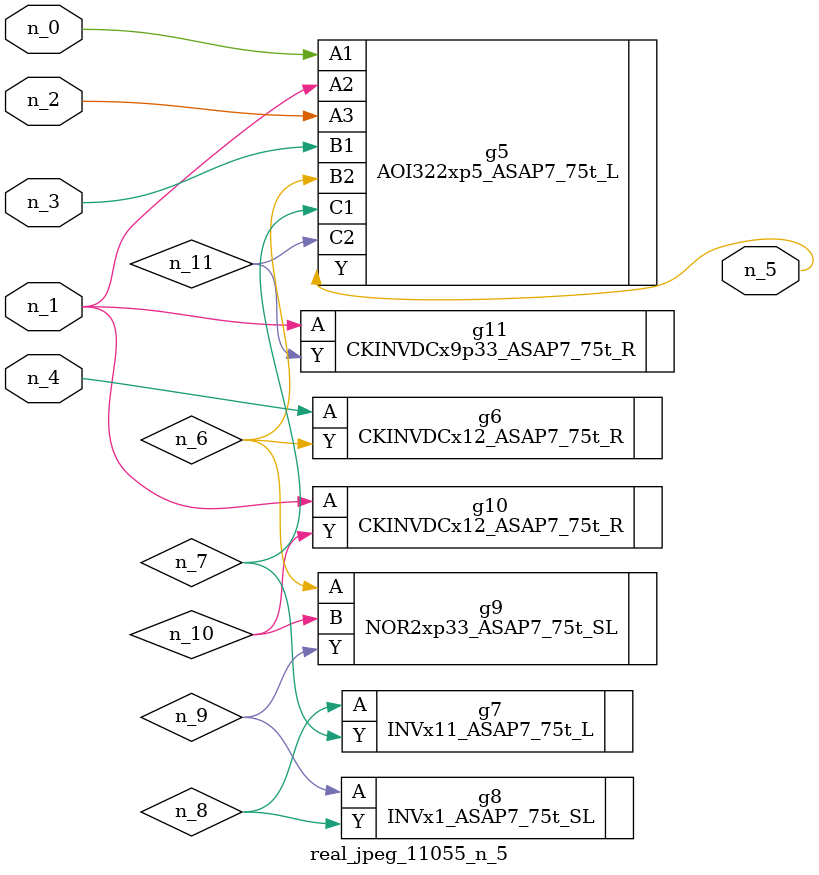
<source format=v>
module real_jpeg_11055_n_5 (n_4, n_0, n_1, n_2, n_3, n_5);

input n_4;
input n_0;
input n_1;
input n_2;
input n_3;

output n_5;

wire n_8;
wire n_11;
wire n_6;
wire n_7;
wire n_10;
wire n_9;

AOI322xp5_ASAP7_75t_L g5 ( 
.A1(n_0),
.A2(n_1),
.A3(n_2),
.B1(n_3),
.B2(n_6),
.C1(n_7),
.C2(n_11),
.Y(n_5)
);

CKINVDCx12_ASAP7_75t_R g10 ( 
.A(n_1),
.Y(n_10)
);

CKINVDCx9p33_ASAP7_75t_R g11 ( 
.A(n_1),
.Y(n_11)
);

CKINVDCx12_ASAP7_75t_R g6 ( 
.A(n_4),
.Y(n_6)
);

NOR2xp33_ASAP7_75t_SL g9 ( 
.A(n_6),
.B(n_10),
.Y(n_9)
);

INVx11_ASAP7_75t_L g7 ( 
.A(n_8),
.Y(n_7)
);

INVx1_ASAP7_75t_SL g8 ( 
.A(n_9),
.Y(n_8)
);


endmodule
</source>
